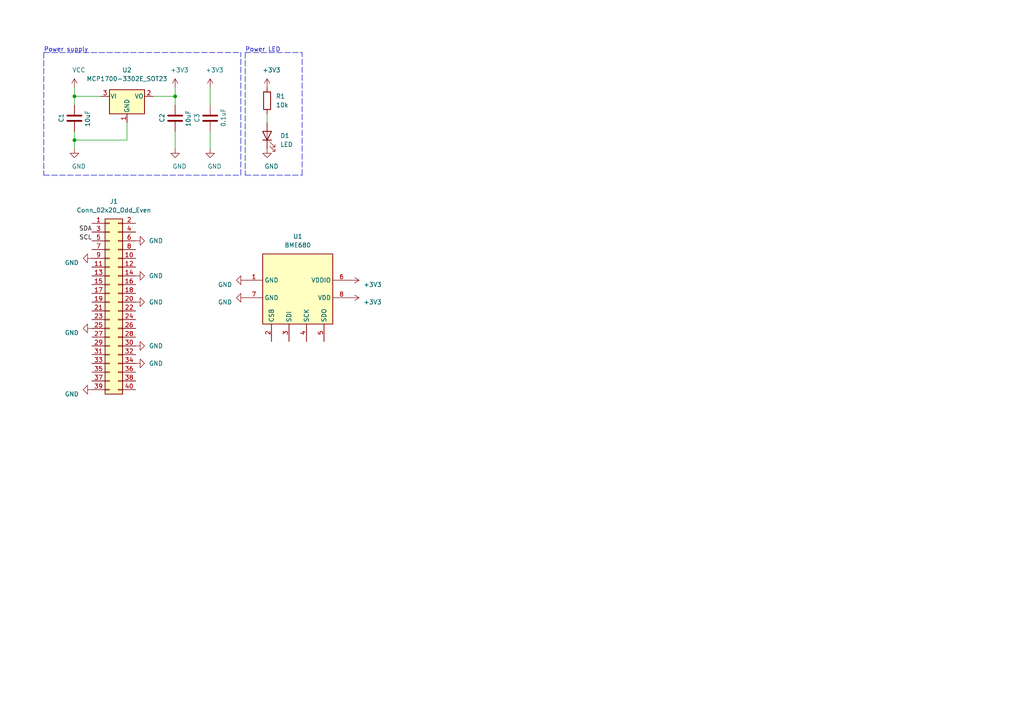
<source format=kicad_sch>
(kicad_sch (version 20210126) (generator eeschema)
  (paper "A4")
  (title_block (title "Sensor Hat") (date "2021-04-02"))
  (lib_symbols
    (symbol "Connector_Generic:Conn_02x20_Odd_Even" (pin_names (offset 1.016) hide)
      (property "Reference" "J" (at 1.27 25.4 0))
      (property "Value" "Conn_02x20_Odd_Even" (at 1.27 -27.94 0))
      (symbol "Conn_02x20_Odd_Even_1_1"
        (rectangle (start -1.27 -4.953) (end 0 -5.207) (stroke (width 0.1524)))
        (rectangle (start -1.27 -7.493) (end 0 -7.747) (stroke (width 0.1524)))
        (rectangle (start -1.27 -10.033) (end 0 -10.287) (stroke (width 0.1524)))
        (rectangle (start -1.27 -12.573) (end 0 -12.827) (stroke (width 0.1524)))
        (rectangle (start -1.27 -15.113) (end 0 -15.367) (stroke (width 0.1524)))
        (rectangle (start -1.27 -17.653) (end 0 -17.907) (stroke (width 0.1524)))
        (rectangle (start -1.27 -20.193) (end 0 -20.447) (stroke (width 0.1524)))
        (rectangle (start -1.27 -22.733) (end 0 -22.987) (stroke (width 0.1524)))
        (rectangle (start -1.27 -2.413) (end 0 -2.667) (stroke (width 0.1524)))
        (rectangle (start -1.27 -25.273) (end 0 -25.527) (stroke (width 0.1524)))
        (rectangle (start -1.27 2.667) (end 0 2.413) (stroke (width 0.1524)))
        (rectangle (start -1.27 5.207) (end 0 4.953) (stroke (width 0.1524)))
        (rectangle (start -1.27 7.747) (end 0 7.493) (stroke (width 0.1524)))
        (rectangle (start -1.27 10.287) (end 0 10.033) (stroke (width 0.1524)))
        (rectangle (start -1.27 0.127) (end 0 -0.127) (stroke (width 0.1524)))
        (rectangle (start -1.27 12.827) (end 0 12.573) (stroke (width 0.1524)))
        (rectangle (start -1.27 15.367) (end 0 15.113) (stroke (width 0.1524)))
        (rectangle (start -1.27 17.907) (end 0 17.653) (stroke (width 0.1524)))
        (rectangle (start -1.27 20.447) (end 0 20.193) (stroke (width 0.1524)))
        (rectangle (start -1.27 22.987) (end 0 22.733) (stroke (width 0.1524)))
        (rectangle (start -1.27 24.13) (end 3.81 -26.67) (stroke (width 0.254)) (fill (type background)))
        (rectangle (start 3.81 -4.953) (end 2.54 -5.207) (stroke (width 0.1524)))
        (rectangle (start 3.81 -7.493) (end 2.54 -7.747) (stroke (width 0.1524)))
        (rectangle (start 3.81 -10.033) (end 2.54 -10.287) (stroke (width 0.1524)))
        (rectangle (start 3.81 -12.573) (end 2.54 -12.827) (stroke (width 0.1524)))
        (rectangle (start 3.81 -15.113) (end 2.54 -15.367) (stroke (width 0.1524)))
        (rectangle (start 3.81 -17.653) (end 2.54 -17.907) (stroke (width 0.1524)))
        (rectangle (start 3.81 -20.193) (end 2.54 -20.447) (stroke (width 0.1524)))
        (rectangle (start 3.81 -22.733) (end 2.54 -22.987) (stroke (width 0.1524)))
        (rectangle (start 3.81 -2.413) (end 2.54 -2.667) (stroke (width 0.1524)))
        (rectangle (start 3.81 -25.273) (end 2.54 -25.527) (stroke (width 0.1524)))
        (rectangle (start 3.81 2.667) (end 2.54 2.413) (stroke (width 0.1524)))
        (rectangle (start 3.81 5.207) (end 2.54 4.953) (stroke (width 0.1524)))
        (rectangle (start 3.81 7.747) (end 2.54 7.493) (stroke (width 0.1524)))
        (rectangle (start 3.81 10.287) (end 2.54 10.033) (stroke (width 0.1524)))
        (rectangle (start 3.81 0.127) (end 2.54 -0.127) (stroke (width 0.1524)))
        (rectangle (start 3.81 12.827) (end 2.54 12.573) (stroke (width 0.1524)))
        (rectangle (start 3.81 15.367) (end 2.54 15.113) (stroke (width 0.1524)))
        (rectangle (start 3.81 17.907) (end 2.54 17.653) (stroke (width 0.1524)))
        (rectangle (start 3.81 20.447) (end 2.54 20.193) (stroke (width 0.1524)))
        (rectangle (start 3.81 22.987) (end 2.54 22.733) (stroke (width 0.1524)))
        (pin passive line (at -5.08 22.86 0) (length 3.81) (name "Pin_1") (number "1"))
        (pin passive line (at 7.62 12.7 180) (length 3.81) (name "Pin_10") (number "10"))
        (pin passive line (at -5.08 10.16 0) (length 3.81) (name "Pin_11") (number "11"))
        (pin passive line (at 7.62 10.16 180) (length 3.81) (name "Pin_12") (number "12"))
        (pin passive line (at -5.08 7.62 0) (length 3.81) (name "Pin_13") (number "13"))
        (pin passive line (at 7.62 7.62 180) (length 3.81) (name "Pin_14") (number "14"))
        (pin passive line (at -5.08 5.08 0) (length 3.81) (name "Pin_15") (number "15"))
        (pin passive line (at 7.62 5.08 180) (length 3.81) (name "Pin_16") (number "16"))
        (pin passive line (at -5.08 2.54 0) (length 3.81) (name "Pin_17") (number "17"))
        (pin passive line (at 7.62 2.54 180) (length 3.81) (name "Pin_18") (number "18"))
        (pin passive line (at -5.08 0 0) (length 3.81) (name "Pin_19") (number "19"))
        (pin passive line (at 7.62 22.86 180) (length 3.81) (name "Pin_2") (number "2"))
        (pin passive line (at 7.62 0 180) (length 3.81) (name "Pin_20") (number "20"))
        (pin passive line (at -5.08 -2.54 0) (length 3.81) (name "Pin_21") (number "21"))
        (pin passive line (at 7.62 -2.54 180) (length 3.81) (name "Pin_22") (number "22"))
        (pin passive line (at -5.08 -5.08 0) (length 3.81) (name "Pin_23") (number "23"))
        (pin passive line (at 7.62 -5.08 180) (length 3.81) (name "Pin_24") (number "24"))
        (pin passive line (at -5.08 -7.62 0) (length 3.81) (name "Pin_25") (number "25"))
        (pin passive line (at 7.62 -7.62 180) (length 3.81) (name "Pin_26") (number "26"))
        (pin passive line (at -5.08 -10.16 0) (length 3.81) (name "Pin_27") (number "27"))
        (pin passive line (at 7.62 -10.16 180) (length 3.81) (name "Pin_28") (number "28"))
        (pin passive line (at -5.08 -12.7 0) (length 3.81) (name "Pin_29") (number "29"))
        (pin passive line (at -5.08 20.32 0) (length 3.81) (name "Pin_3") (number "3"))
        (pin passive line (at 7.62 -12.7 180) (length 3.81) (name "Pin_30") (number "30"))
        (pin passive line (at -5.08 -15.24 0) (length 3.81) (name "Pin_31") (number "31"))
        (pin passive line (at 7.62 -15.24 180) (length 3.81) (name "Pin_32") (number "32"))
        (pin passive line (at -5.08 -17.78 0) (length 3.81) (name "Pin_33") (number "33"))
        (pin passive line (at 7.62 -17.78 180) (length 3.81) (name "Pin_34") (number "34"))
        (pin passive line (at -5.08 -20.32 0) (length 3.81) (name "Pin_35") (number "35"))
        (pin passive line (at 7.62 -20.32 180) (length 3.81) (name "Pin_36") (number "36"))
        (pin passive line (at -5.08 -22.86 0) (length 3.81) (name "Pin_37") (number "37"))
        (pin passive line (at 7.62 -22.86 180) (length 3.81) (name "Pin_38") (number "38"))
        (pin passive line (at -5.08 -25.4 0) (length 3.81) (name "Pin_39") (number "39"))
        (pin passive line (at 7.62 20.32 180) (length 3.81) (name "Pin_4") (number "4"))
        (pin passive line (at 7.62 -25.4 180) (length 3.81) (name "Pin_40") (number "40"))
        (pin passive line (at -5.08 17.78 0) (length 3.81) (name "Pin_5") (number "5"))
        (pin passive line (at 7.62 17.78 180) (length 3.81) (name "Pin_6") (number "6"))
        (pin passive line (at -5.08 15.24 0) (length 3.81) (name "Pin_7") (number "7"))
        (pin passive line (at 7.62 15.24 180) (length 3.81) (name "Pin_8") (number "8"))
        (pin passive line (at -5.08 12.7 0) (length 3.81) (name "Pin_9") (number "9"))
      )
    )
    (symbol "Device:C" (pin_numbers hide) (pin_names (offset 0.254))
      (property "Reference" "C" (at 0.635 2.54 0))
      (property "Value" "C" (at 0.635 -2.54 0))
      (symbol "C_0_1"
        (polyline (pts (xy -2.032 -0.762) (xy 2.032 -0.762)) (stroke (width 0.508)))
        (polyline (pts (xy -2.032 0.762) (xy 2.032 0.762)) (stroke (width 0.508)))
      )
      (symbol "C_1_1"
        (pin passive line (at 0 3.81 270) (length 2.794) (name "~") (number "1"))
        (pin passive line (at 0 -3.81 90) (length 2.794) (name "~") (number "2"))
      )
    )
    (symbol "Device:LED" (pin_numbers hide) (pin_names (offset 1.016) hide)
      (property "Reference" "D" (at 0 2.54 0))
      (property "Value" "LED" (at 0 -2.54 0))
      (symbol "LED_0_1"
        (polyline (pts (xy -1.27 -1.27) (xy -1.27 1.27)) (stroke (width 0.254)))
        (polyline (pts (xy -1.27 0) (xy 1.27 0)))
        (polyline (pts (xy 1.27 -1.27) (xy 1.27 1.27) (xy -1.27 0) (xy 1.27 -1.27)) (stroke (width 0.254)))
        (polyline (pts (xy -3.048 -0.762) (xy -4.572 -2.286) (xy -3.81 -2.286) (xy -4.572 -2.286) (xy -4.572 -1.524)))
        (polyline (pts (xy -1.778 -0.762) (xy -3.302 -2.286) (xy -2.54 -2.286) (xy -3.302 -2.286) (xy -3.302 -1.524)))
      )
      (symbol "LED_1_1"
        (pin passive line (at -3.81 0 0) (length 2.54) (name "K") (number "1"))
        (pin passive line (at 3.81 0 180) (length 2.54) (name "A") (number "2"))
      )
    )
    (symbol "Device:R" (pin_numbers hide) (pin_names (offset 0))
      (property "Reference" "R" (at 2.032 0 90))
      (property "Value" "R" (at 0 0 90))
      (symbol "R_0_1"
        (rectangle (start -1.016 -2.54) (end 1.016 2.54) (stroke (width 0.254)))
      )
      (symbol "R_1_1"
        (pin passive line (at 0 3.81 270) (length 1.27) (name "~") (number "1"))
        (pin passive line (at 0 -3.81 90) (length 1.27) (name "~") (number "2"))
      )
    )
    (symbol "Regulator_Linear:MCP1700-3302E_SOT23" (pin_names (offset 0.254))
      (property "Reference" "U" (at -3.81 3.175 0))
      (property "Value" "MCP1700-3302E_SOT23" (at 0 3.175 0))
      (symbol "MCP1700-3302E_SOT23_0_1"
        (rectangle (start -5.08 1.905) (end 5.08 -5.08) (stroke (width 0.254)) (fill (type background)))
      )
      (symbol "MCP1700-3302E_SOT23_1_1"
        (pin power_in line (at 0 -7.62 90) (length 2.54) (name "GND") (number "1"))
        (pin power_out line (at 7.62 0 180) (length 2.54) (name "VO") (number "2"))
        (pin power_in line (at -7.62 0 0) (length 2.54) (name "VI") (number "3"))
      )
    )
    (symbol "Sensor:BME680"
      (property "Reference" "U" (at -8.89 11.43 0))
      (property "Value" "BME680" (at 7.62 11.43 0))
      (symbol "BME680_0_1"
        (rectangle (start -10.16 10.16) (end 10.16 -10.16) (stroke (width 0.254)) (fill (type background)))
      )
      (symbol "BME680_1_1"
        (pin power_in line (at -2.54 -15.24 90) (length 5.08) (name "GND") (number "1"))
        (pin input line (at 15.24 -7.62 180) (length 5.08) (name "CSB") (number "2"))
        (pin bidirectional line (at 15.24 -2.54 180) (length 5.08) (name "SDI") (number "3"))
        (pin input line (at 15.24 2.54 180) (length 5.08) (name "SCK") (number "4"))
        (pin bidirectional line (at 15.24 7.62 180) (length 5.08) (name "SDO") (number "5"))
        (pin power_in line (at -2.54 15.24 270) (length 5.08) (name "VDDIO") (number "6"))
        (pin power_in line (at 2.54 -15.24 90) (length 5.08) (name "GND") (number "7"))
        (pin power_in line (at 2.54 15.24 270) (length 5.08) (name "VDD") (number "8"))
      )
    )
    (symbol "power:+3V3" (power) (pin_names (offset 0))
      (property "Value" "+3V3" (at 0 3.556 0))
      (symbol "+3V3_0_1"
        (polyline (pts (xy -0.762 1.27) (xy 0 2.54)))
        (polyline (pts (xy 0 0) (xy 0 2.54)))
        (polyline (pts (xy 0 2.54) (xy 0.762 1.27)))
      )
      (symbol "+3V3_1_1"
        (pin power_in line (at 0 0 90) (length 0) hide (name "+3V3") (number "1"))
      )
    )
    (symbol "power:GND" (power) (pin_names (offset 0))
      (property "Value" "GND" (at 0 -3.81 0))
      (symbol "GND_0_1"
        (polyline (pts (xy 0 0) (xy 0 -1.27) (xy 1.27 -1.27) (xy 0 -2.54) (xy -1.27 -1.27) (xy 0 -1.27)))
      )
      (symbol "GND_1_1"
        (pin power_in line (at 0 0 270) (length 0) hide (name "GND") (number "1"))
      )
    )
    (symbol "power:VCC" (power) (pin_names (offset 0))
      (property "Value" "VCC" (at 0 3.81 0))
      (symbol "VCC_0_1"
        (polyline (pts (xy -0.762 1.27) (xy 0 2.54)))
        (polyline (pts (xy 0 0) (xy 0 2.54)))
        (polyline (pts (xy 0 2.54) (xy 0.762 1.27)))
      )
      (symbol "VCC_1_1"
        (pin power_in line (at 0 0 90) (length 0) hide (name "VCC") (number "1"))
      )
    )
  )
  (junction (at 21.59 27.94) (diameter 0.9144))
  (junction (at 21.59 40.64) (diameter 0.9144))
  (junction (at 50.8 27.94) (diameter 0.9144))
  (wire (pts (xy 21.59 27.94) (xy 21.59 25.4)))
  (wire (pts (xy 21.59 27.94) (xy 21.59 30.48)))
  (wire (pts (xy 21.59 38.1) (xy 21.59 40.64)))
  (wire (pts (xy 21.59 40.64) (xy 21.59 43.18)))
  (wire (pts (xy 29.21 27.94) (xy 21.59 27.94)))
  (wire (pts (xy 36.83 35.56) (xy 36.83 40.64)))
  (wire (pts (xy 36.83 40.64) (xy 21.59 40.64)))
  (wire (pts (xy 50.8 25.4) (xy 50.8 27.94)))
  (wire (pts (xy 50.8 27.94) (xy 44.45 27.94)))
  (wire (pts (xy 50.8 27.94) (xy 50.8 30.48)))
  (wire (pts (xy 50.8 38.1) (xy 50.8 43.18)))
  (wire (pts (xy 60.96 25.4) (xy 60.96 30.48)))
  (wire (pts (xy 60.96 38.1) (xy 60.96 43.18)))
  (wire (pts (xy 77.47 33.02) (xy 77.47 35.56)))
  (polyline (pts (xy 12.7 15.24) (xy 12.7 50.8)) (stroke (width 0) (type dash)))
  (polyline (pts (xy 12.7 15.24) (xy 69.85 15.24)) (stroke (width 0) (type dash)))
  (polyline (pts (xy 12.7 50.8) (xy 69.85 50.8)) (stroke (width 0) (type dash)))
  (polyline (pts (xy 69.85 50.8) (xy 69.85 15.24)) (stroke (width 0) (type dash)))
  (polyline (pts (xy 71.12 15.24) (xy 71.12 50.8)) (stroke (width 0) (type dash)))
  (polyline (pts (xy 71.12 15.24) (xy 87.63 15.24)) (stroke (width 0) (type dash)))
  (polyline (pts (xy 71.12 50.8) (xy 87.63 50.8)) (stroke (width 0) (type dash)))
  (polyline (pts (xy 87.63 50.8) (xy 87.63 15.24)) (stroke (width 0) (type dash)))
  (text "Power supply" (at 12.7 15.24 0) (effects (font (size 1.27 1.27)) (justify left bottom)))
  (text "Power LED" (at 71.12 15.24 0) (effects (font (size 1.27 1.27)) (justify left bottom)))
  (label "SDA" (at 26.67 67.31 180))
  (label "SCL" (at 26.67 69.85 180))
  (symbol (lib_id "power:VCC") (at 21.59 25.4 0) (unit 1)
    (property "Reference" "#PWR01" (effects hide))
    (property "Value" "VCC" (at 22.86 20.32 0))
  )
  (symbol (lib_id "power:+3V3") (at 50.8 25.4 0) (unit 1)
    (property "Reference" "#PWR09" (effects hide))
    (property "Value" "+3V3" (at 52.07 20.32 0))
  )
  (symbol (lib_id "power:+3V3") (at 60.96 25.4 0) (unit 1)
    (property "Reference" "#PWR010" (effects hide))
    (property "Value" "+3V3" (at 62.23 20.32 0))
  )
  (symbol (lib_id "power:+3V3") (at 77.47 25.4 0) (unit 1)
    (property "Reference" "#PWR011" (effects hide))
    (property "Value" "+3V3" (at 78.74 20.32 0))
  )
  (symbol (lib_id "power:+3V3") (at 101.6 81.28 270) (unit 1)
    (property "Reference" "#PWR05" (effects hide))
    (property "Value" "+3V3" (at 105.41 82.55 90) (effects (justify left)))
  )
  (symbol (lib_id "power:+3V3") (at 101.6 86.36 270) (unit 1)
    (property "Reference" "#PWR06" (effects hide))
    (property "Value" "+3V3" (at 105.41 87.63 90) (effects (justify left)))
  )
  (symbol (lib_id "power:GND") (at 21.59 43.18 0) (unit 1)
    (property "Reference" "#PWR02" (effects hide))
    (property "Value" "GND" (at 22.86 48.26 0))
  )
  (symbol (lib_id "power:GND") (at 26.67 74.93 270) (unit 1)
    (property "Reference" "#PWR?" (effects hide))
    (property "Value" "GND" (at 22.86 76.2 90) (effects (justify right)))
  )
  (symbol (lib_id "power:GND") (at 26.67 95.25 270) (unit 1)
    (property "Reference" "#PWR?" (effects hide))
    (property "Value" "GND" (at 22.86 96.52 90) (effects (justify right)))
  )
  (symbol (lib_id "power:GND") (at 26.67 113.03 270) (unit 1)
    (property "Reference" "#PWR?" (effects hide))
    (property "Value" "GND" (at 22.86 114.3 90) (effects (justify right)))
  )
  (symbol (lib_id "power:GND") (at 39.37 69.85 90) (unit 1)
    (property "Reference" "#PWR?" (effects hide))
    (property "Value" "GND" (at 43.18 69.85 90) (effects (justify right)))
  )
  (symbol (lib_id "power:GND") (at 39.37 80.01 90) (unit 1)
    (property "Reference" "#PWR?" (effects hide))
    (property "Value" "GND" (at 43.18 80.01 90) (effects (justify right)))
  )
  (symbol (lib_id "power:GND") (at 39.37 87.63 90) (unit 1)
    (property "Reference" "#PWR?" (effects hide))
    (property "Value" "GND" (at 43.18 87.63 90) (effects (justify right)))
  )
  (symbol (lib_id "power:GND") (at 39.37 100.33 90) (unit 1)
    (property "Reference" "#PWR?" (effects hide))
    (property "Value" "GND" (at 43.18 100.33 90) (effects (justify right)))
  )
  (symbol (lib_id "power:GND") (at 39.37 105.41 90) (unit 1)
    (property "Reference" "#PWR?" (effects hide))
    (property "Value" "GND" (at 43.18 105.41 90) (effects (justify right)))
  )
  (symbol (lib_id "power:GND") (at 50.8 43.18 0) (unit 1)
    (property "Reference" "#PWR07" (effects hide))
    (property "Value" "GND" (at 52.07 48.26 0))
  )
  (symbol (lib_id "power:GND") (at 60.96 43.18 0) (unit 1)
    (property "Reference" "#PWR08" (effects hide))
    (property "Value" "GND" (at 62.23 48.26 0))
  )
  (symbol (lib_id "power:GND") (at 71.12 81.28 270) (unit 1)
    (property "Reference" "#PWR03" (effects hide))
    (property "Value" "GND" (at 67.31 82.55 90) (effects (justify right)))
  )
  (symbol (lib_id "power:GND") (at 71.12 86.36 270) (unit 1)
    (property "Reference" "#PWR04" (effects hide))
    (property "Value" "GND" (at 67.31 87.63 90) (effects (justify right)))
  )
  (symbol (lib_id "power:GND") (at 77.47 43.18 0) (unit 1)
    (property "Reference" "#PWR012" (effects hide))
    (property "Value" "GND" (at 78.74 48.26 0))
  )
  (symbol (lib_id "Device:R") (at 77.47 29.21 0) (unit 1)
    (property "Reference" "R1" (at 80.01 27.94 0) (effects (justify left)))
    (property "Value" "10k" (at 80.01 30.48 0) (effects (justify left)))
  )
  (symbol (lib_id "Device:LED") (at 77.47 39.37 90) (unit 1)
    (property "Reference" "D1" (at 81.28 39.37 90) (effects (justify right)))
    (property "Value" "LED" (at 81.28 41.91 90) (effects (justify right)))
  )
  (symbol (lib_id "Device:C") (at 21.59 34.29 0) (unit 1)
    (property "Reference" "C1" (at 17.78 35.56 90) (effects (justify left)))
    (property "Value" "10uF" (at 25.4 36.83 90) (effects (justify left)))
  )
  (symbol (lib_id "Device:C") (at 50.8 34.29 0) (unit 1)
    (property "Reference" "C2" (at 46.99 35.56 90) (effects (justify left)))
    (property "Value" "10uF" (at 54.61 36.83 90) (effects (justify left)))
  )
  (symbol (lib_id "Device:C") (at 60.96 34.29 0) (unit 1)
    (property "Reference" "C3" (at 57.15 35.56 90) (effects (justify left)))
    (property "Value" "0.1uF" (at 64.77 36.83 90) (effects (justify left)))
  )
  (symbol (lib_id "Regulator_Linear:MCP1700-3302E_SOT23") (at 36.83 27.94 0) (unit 1)
    (property "Reference" "U2" (at 36.83 20.32 0))
    (property "Value" "MCP1700-3302E_SOT23" (at 36.83 22.86 0))
    (property "Footprint" "Package_TO_SOT_SMD:SOT-23" (effects hide))
    (property "Datasheet" "http://ww1.microchip.com/downloads/en/DeviceDoc/20001826D.pdf" (effects hide))
  )
  (symbol (lib_id "Connector_Generic:Conn_02x20_Odd_Even") (at 31.75 87.63 0) (unit 1)
    (property "Reference" "J1" (at 33.02 58.42 0))
    (property "Value" "Conn_02x20_Odd_Even" (at 33.02 60.96 0))
  )
  (symbol (lib_id "Sensor:BME680") (at 86.36 83.82 270) (unit 1)
    (property "Reference" "U1" (at 86.36 68.58 90))
    (property "Value" "BME680" (at 86.36 71.12 90))
    (property "Footprint" "Package_LGA:Bosch_LGA-8_3x3mm_P0.8mm_ClockwisePinNumbering" (effects hide))
    (property "Datasheet" "https://ae-bst.resource.bosch.com/media/_tech/media/datasheets/BST-BME680-DS001.pdf" (effects hide))
  )
)
</source>
